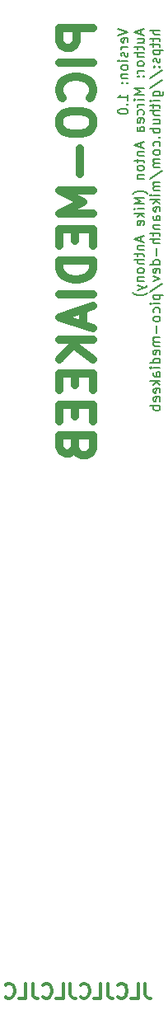
<source format=gbr>
G04 #@! TF.GenerationSoftware,KiCad,Pcbnew,5.1.5+dfsg1-2build2*
G04 #@! TF.CreationDate,2021-05-16T21:52:53+03:00*
G04 #@! TF.ProjectId,pico-mediakeeb,7069636f-2d6d-4656-9469-616b6565622e,v01*
G04 #@! TF.SameCoordinates,Original*
G04 #@! TF.FileFunction,Legend,Bot*
G04 #@! TF.FilePolarity,Positive*
%FSLAX46Y46*%
G04 Gerber Fmt 4.6, Leading zero omitted, Abs format (unit mm)*
G04 Created by KiCad (PCBNEW 5.1.5+dfsg1-2build2) date 2021-05-16 21:52:53*
%MOMM*%
%LPD*%
G04 APERTURE LIST*
%ADD10C,0.300000*%
%ADD11C,0.150000*%
%ADD12C,0.875000*%
G04 APERTURE END LIST*
D10*
X105988571Y-152848571D02*
X105988571Y-153920000D01*
X106060000Y-154134285D01*
X106202857Y-154277142D01*
X106417142Y-154348571D01*
X106560000Y-154348571D01*
X104560000Y-154348571D02*
X105274285Y-154348571D01*
X105274285Y-152848571D01*
X103202857Y-154205714D02*
X103274285Y-154277142D01*
X103488571Y-154348571D01*
X103631428Y-154348571D01*
X103845714Y-154277142D01*
X103988571Y-154134285D01*
X104060000Y-153991428D01*
X104131428Y-153705714D01*
X104131428Y-153491428D01*
X104060000Y-153205714D01*
X103988571Y-153062857D01*
X103845714Y-152920000D01*
X103631428Y-152848571D01*
X103488571Y-152848571D01*
X103274285Y-152920000D01*
X103202857Y-152991428D01*
X102131428Y-152848571D02*
X102131428Y-153920000D01*
X102202857Y-154134285D01*
X102345714Y-154277142D01*
X102560000Y-154348571D01*
X102702857Y-154348571D01*
X100702857Y-154348571D02*
X101417142Y-154348571D01*
X101417142Y-152848571D01*
X99345714Y-154205714D02*
X99417142Y-154277142D01*
X99631428Y-154348571D01*
X99774285Y-154348571D01*
X99988571Y-154277142D01*
X100131428Y-154134285D01*
X100202857Y-153991428D01*
X100274285Y-153705714D01*
X100274285Y-153491428D01*
X100202857Y-153205714D01*
X100131428Y-153062857D01*
X99988571Y-152920000D01*
X99774285Y-152848571D01*
X99631428Y-152848571D01*
X99417142Y-152920000D01*
X99345714Y-152991428D01*
X98274285Y-152848571D02*
X98274285Y-153920000D01*
X98345714Y-154134285D01*
X98488571Y-154277142D01*
X98702857Y-154348571D01*
X98845714Y-154348571D01*
X96845714Y-154348571D02*
X97560000Y-154348571D01*
X97560000Y-152848571D01*
X95488571Y-154205714D02*
X95560000Y-154277142D01*
X95774285Y-154348571D01*
X95917142Y-154348571D01*
X96131428Y-154277142D01*
X96274285Y-154134285D01*
X96345714Y-153991428D01*
X96417142Y-153705714D01*
X96417142Y-153491428D01*
X96345714Y-153205714D01*
X96274285Y-153062857D01*
X96131428Y-152920000D01*
X95917142Y-152848571D01*
X95774285Y-152848571D01*
X95560000Y-152920000D01*
X95488571Y-152991428D01*
X94417142Y-152848571D02*
X94417142Y-153920000D01*
X94488571Y-154134285D01*
X94631428Y-154277142D01*
X94845714Y-154348571D01*
X94988571Y-154348571D01*
X92988571Y-154348571D02*
X93702857Y-154348571D01*
X93702857Y-152848571D01*
X91631428Y-154205714D02*
X91702857Y-154277142D01*
X91917142Y-154348571D01*
X92060000Y-154348571D01*
X92274285Y-154277142D01*
X92417142Y-154134285D01*
X92488571Y-153991428D01*
X92560000Y-153705714D01*
X92560000Y-153491428D01*
X92488571Y-153205714D01*
X92417142Y-153062857D01*
X92274285Y-152920000D01*
X92060000Y-152848571D01*
X91917142Y-152848571D01*
X91702857Y-152920000D01*
X91631428Y-152991428D01*
D11*
X103212380Y-54802738D02*
X104212380Y-55136071D01*
X103212380Y-55469404D01*
X104164761Y-56183690D02*
X104212380Y-56088452D01*
X104212380Y-55897976D01*
X104164761Y-55802738D01*
X104069523Y-55755119D01*
X103688571Y-55755119D01*
X103593333Y-55802738D01*
X103545714Y-55897976D01*
X103545714Y-56088452D01*
X103593333Y-56183690D01*
X103688571Y-56231309D01*
X103783809Y-56231309D01*
X103879047Y-55755119D01*
X104212380Y-56659880D02*
X103545714Y-56659880D01*
X103736190Y-56659880D02*
X103640952Y-56707500D01*
X103593333Y-56755119D01*
X103545714Y-56850357D01*
X103545714Y-56945595D01*
X104164761Y-57231309D02*
X104212380Y-57326547D01*
X104212380Y-57517023D01*
X104164761Y-57612261D01*
X104069523Y-57659880D01*
X104021904Y-57659880D01*
X103926666Y-57612261D01*
X103879047Y-57517023D01*
X103879047Y-57374166D01*
X103831428Y-57278928D01*
X103736190Y-57231309D01*
X103688571Y-57231309D01*
X103593333Y-57278928D01*
X103545714Y-57374166D01*
X103545714Y-57517023D01*
X103593333Y-57612261D01*
X104212380Y-58088452D02*
X103545714Y-58088452D01*
X103212380Y-58088452D02*
X103260000Y-58040833D01*
X103307619Y-58088452D01*
X103260000Y-58136071D01*
X103212380Y-58088452D01*
X103307619Y-58088452D01*
X104212380Y-58707500D02*
X104164761Y-58612261D01*
X104117142Y-58564642D01*
X104021904Y-58517023D01*
X103736190Y-58517023D01*
X103640952Y-58564642D01*
X103593333Y-58612261D01*
X103545714Y-58707500D01*
X103545714Y-58850357D01*
X103593333Y-58945595D01*
X103640952Y-58993214D01*
X103736190Y-59040833D01*
X104021904Y-59040833D01*
X104117142Y-58993214D01*
X104164761Y-58945595D01*
X104212380Y-58850357D01*
X104212380Y-58707500D01*
X103545714Y-59469404D02*
X104212380Y-59469404D01*
X103640952Y-59469404D02*
X103593333Y-59517023D01*
X103545714Y-59612261D01*
X103545714Y-59755119D01*
X103593333Y-59850357D01*
X103688571Y-59897976D01*
X104212380Y-59897976D01*
X104117142Y-60374166D02*
X104164761Y-60421785D01*
X104212380Y-60374166D01*
X104164761Y-60326547D01*
X104117142Y-60374166D01*
X104212380Y-60374166D01*
X103593333Y-60374166D02*
X103640952Y-60421785D01*
X103688571Y-60374166D01*
X103640952Y-60326547D01*
X103593333Y-60374166D01*
X103688571Y-60374166D01*
X104212380Y-62136071D02*
X104212380Y-61564642D01*
X104212380Y-61850357D02*
X103212380Y-61850357D01*
X103355238Y-61755119D01*
X103450476Y-61659880D01*
X103498095Y-61564642D01*
X104117142Y-62564642D02*
X104164761Y-62612261D01*
X104212380Y-62564642D01*
X104164761Y-62517023D01*
X104117142Y-62564642D01*
X104212380Y-62564642D01*
X103212380Y-63231309D02*
X103212380Y-63326547D01*
X103260000Y-63421785D01*
X103307619Y-63469404D01*
X103402857Y-63517023D01*
X103593333Y-63564642D01*
X103831428Y-63564642D01*
X104021904Y-63517023D01*
X104117142Y-63469404D01*
X104164761Y-63421785D01*
X104212380Y-63326547D01*
X104212380Y-63231309D01*
X104164761Y-63136071D01*
X104117142Y-63088452D01*
X104021904Y-63040833D01*
X103831428Y-62993214D01*
X103593333Y-62993214D01*
X103402857Y-63040833D01*
X103307619Y-63088452D01*
X103260000Y-63136071D01*
X103212380Y-63231309D01*
X105576666Y-54897976D02*
X105576666Y-55374166D01*
X105862380Y-54802738D02*
X104862380Y-55136071D01*
X105862380Y-55469404D01*
X105195714Y-56231309D02*
X105862380Y-56231309D01*
X105195714Y-55802738D02*
X105719523Y-55802738D01*
X105814761Y-55850357D01*
X105862380Y-55945595D01*
X105862380Y-56088452D01*
X105814761Y-56183690D01*
X105767142Y-56231309D01*
X105195714Y-56564642D02*
X105195714Y-56945595D01*
X104862380Y-56707500D02*
X105719523Y-56707500D01*
X105814761Y-56755119D01*
X105862380Y-56850357D01*
X105862380Y-56945595D01*
X105862380Y-57278928D02*
X104862380Y-57278928D01*
X105862380Y-57707500D02*
X105338571Y-57707500D01*
X105243333Y-57659880D01*
X105195714Y-57564642D01*
X105195714Y-57421785D01*
X105243333Y-57326547D01*
X105290952Y-57278928D01*
X105862380Y-58326547D02*
X105814761Y-58231309D01*
X105767142Y-58183690D01*
X105671904Y-58136071D01*
X105386190Y-58136071D01*
X105290952Y-58183690D01*
X105243333Y-58231309D01*
X105195714Y-58326547D01*
X105195714Y-58469404D01*
X105243333Y-58564642D01*
X105290952Y-58612261D01*
X105386190Y-58659880D01*
X105671904Y-58659880D01*
X105767142Y-58612261D01*
X105814761Y-58564642D01*
X105862380Y-58469404D01*
X105862380Y-58326547D01*
X105862380Y-59088452D02*
X105195714Y-59088452D01*
X105386190Y-59088452D02*
X105290952Y-59136071D01*
X105243333Y-59183690D01*
X105195714Y-59278928D01*
X105195714Y-59374166D01*
X105767142Y-59707500D02*
X105814761Y-59755119D01*
X105862380Y-59707500D01*
X105814761Y-59659880D01*
X105767142Y-59707500D01*
X105862380Y-59707500D01*
X105243333Y-59707500D02*
X105290952Y-59755119D01*
X105338571Y-59707500D01*
X105290952Y-59659880D01*
X105243333Y-59707500D01*
X105338571Y-59707500D01*
X105862380Y-60945595D02*
X104862380Y-60945595D01*
X105576666Y-61278928D01*
X104862380Y-61612261D01*
X105862380Y-61612261D01*
X105862380Y-62088452D02*
X105195714Y-62088452D01*
X104862380Y-62088452D02*
X104910000Y-62040833D01*
X104957619Y-62088452D01*
X104910000Y-62136071D01*
X104862380Y-62088452D01*
X104957619Y-62088452D01*
X105862380Y-62564642D02*
X105195714Y-62564642D01*
X105386190Y-62564642D02*
X105290952Y-62612261D01*
X105243333Y-62659880D01*
X105195714Y-62755119D01*
X105195714Y-62850357D01*
X105814761Y-63612261D02*
X105862380Y-63517023D01*
X105862380Y-63326547D01*
X105814761Y-63231309D01*
X105767142Y-63183690D01*
X105671904Y-63136071D01*
X105386190Y-63136071D01*
X105290952Y-63183690D01*
X105243333Y-63231309D01*
X105195714Y-63326547D01*
X105195714Y-63517023D01*
X105243333Y-63612261D01*
X105814761Y-64421785D02*
X105862380Y-64326547D01*
X105862380Y-64136071D01*
X105814761Y-64040833D01*
X105719523Y-63993214D01*
X105338571Y-63993214D01*
X105243333Y-64040833D01*
X105195714Y-64136071D01*
X105195714Y-64326547D01*
X105243333Y-64421785D01*
X105338571Y-64469404D01*
X105433809Y-64469404D01*
X105529047Y-63993214D01*
X105862380Y-65326547D02*
X105338571Y-65326547D01*
X105243333Y-65278928D01*
X105195714Y-65183690D01*
X105195714Y-64993214D01*
X105243333Y-64897976D01*
X105814761Y-65326547D02*
X105862380Y-65231309D01*
X105862380Y-64993214D01*
X105814761Y-64897976D01*
X105719523Y-64850357D01*
X105624285Y-64850357D01*
X105529047Y-64897976D01*
X105481428Y-64993214D01*
X105481428Y-65231309D01*
X105433809Y-65326547D01*
X105576666Y-66517023D02*
X105576666Y-66993214D01*
X105862380Y-66421785D02*
X104862380Y-66755119D01*
X105862380Y-67088452D01*
X105195714Y-67421785D02*
X105862380Y-67421785D01*
X105290952Y-67421785D02*
X105243333Y-67469404D01*
X105195714Y-67564642D01*
X105195714Y-67707500D01*
X105243333Y-67802738D01*
X105338571Y-67850357D01*
X105862380Y-67850357D01*
X105195714Y-68183690D02*
X105195714Y-68564642D01*
X104862380Y-68326547D02*
X105719523Y-68326547D01*
X105814761Y-68374166D01*
X105862380Y-68469404D01*
X105862380Y-68564642D01*
X105862380Y-69040833D02*
X105814761Y-68945595D01*
X105767142Y-68897976D01*
X105671904Y-68850357D01*
X105386190Y-68850357D01*
X105290952Y-68897976D01*
X105243333Y-68945595D01*
X105195714Y-69040833D01*
X105195714Y-69183690D01*
X105243333Y-69278928D01*
X105290952Y-69326547D01*
X105386190Y-69374166D01*
X105671904Y-69374166D01*
X105767142Y-69326547D01*
X105814761Y-69278928D01*
X105862380Y-69183690D01*
X105862380Y-69040833D01*
X105195714Y-69802738D02*
X105862380Y-69802738D01*
X105290952Y-69802738D02*
X105243333Y-69850357D01*
X105195714Y-69945595D01*
X105195714Y-70088452D01*
X105243333Y-70183690D01*
X105338571Y-70231309D01*
X105862380Y-70231309D01*
X106243333Y-71755119D02*
X106195714Y-71707500D01*
X106052857Y-71612261D01*
X105957619Y-71564642D01*
X105814761Y-71517023D01*
X105576666Y-71469404D01*
X105386190Y-71469404D01*
X105148095Y-71517023D01*
X105005238Y-71564642D01*
X104910000Y-71612261D01*
X104767142Y-71707500D01*
X104719523Y-71755119D01*
X105862380Y-72136071D02*
X104862380Y-72136071D01*
X105576666Y-72469404D01*
X104862380Y-72802738D01*
X105862380Y-72802738D01*
X105862380Y-73278928D02*
X105195714Y-73278928D01*
X104862380Y-73278928D02*
X104910000Y-73231309D01*
X104957619Y-73278928D01*
X104910000Y-73326547D01*
X104862380Y-73278928D01*
X104957619Y-73278928D01*
X105862380Y-73755119D02*
X104862380Y-73755119D01*
X105481428Y-73850357D02*
X105862380Y-74136071D01*
X105195714Y-74136071D02*
X105576666Y-73755119D01*
X105814761Y-74945595D02*
X105862380Y-74850357D01*
X105862380Y-74659880D01*
X105814761Y-74564642D01*
X105719523Y-74517023D01*
X105338571Y-74517023D01*
X105243333Y-74564642D01*
X105195714Y-74659880D01*
X105195714Y-74850357D01*
X105243333Y-74945595D01*
X105338571Y-74993214D01*
X105433809Y-74993214D01*
X105529047Y-74517023D01*
X105576666Y-76136071D02*
X105576666Y-76612261D01*
X105862380Y-76040833D02*
X104862380Y-76374166D01*
X105862380Y-76707500D01*
X105195714Y-77040833D02*
X105862380Y-77040833D01*
X105290952Y-77040833D02*
X105243333Y-77088452D01*
X105195714Y-77183690D01*
X105195714Y-77326547D01*
X105243333Y-77421785D01*
X105338571Y-77469404D01*
X105862380Y-77469404D01*
X105195714Y-77802738D02*
X105195714Y-78183690D01*
X104862380Y-77945595D02*
X105719523Y-77945595D01*
X105814761Y-77993214D01*
X105862380Y-78088452D01*
X105862380Y-78183690D01*
X105862380Y-78517023D02*
X104862380Y-78517023D01*
X105862380Y-78945595D02*
X105338571Y-78945595D01*
X105243333Y-78897976D01*
X105195714Y-78802738D01*
X105195714Y-78659880D01*
X105243333Y-78564642D01*
X105290952Y-78517023D01*
X105862380Y-79564642D02*
X105814761Y-79469404D01*
X105767142Y-79421785D01*
X105671904Y-79374166D01*
X105386190Y-79374166D01*
X105290952Y-79421785D01*
X105243333Y-79469404D01*
X105195714Y-79564642D01*
X105195714Y-79707500D01*
X105243333Y-79802738D01*
X105290952Y-79850357D01*
X105386190Y-79897976D01*
X105671904Y-79897976D01*
X105767142Y-79850357D01*
X105814761Y-79802738D01*
X105862380Y-79707500D01*
X105862380Y-79564642D01*
X105195714Y-80326547D02*
X105862380Y-80326547D01*
X105290952Y-80326547D02*
X105243333Y-80374166D01*
X105195714Y-80469404D01*
X105195714Y-80612261D01*
X105243333Y-80707500D01*
X105338571Y-80755119D01*
X105862380Y-80755119D01*
X105195714Y-81136071D02*
X105862380Y-81374166D01*
X105195714Y-81612261D02*
X105862380Y-81374166D01*
X106100476Y-81278928D01*
X106148095Y-81231309D01*
X106195714Y-81136071D01*
X106243333Y-81897976D02*
X106195714Y-81945595D01*
X106052857Y-82040833D01*
X105957619Y-82088452D01*
X105814761Y-82136071D01*
X105576666Y-82183690D01*
X105386190Y-82183690D01*
X105148095Y-82136071D01*
X105005238Y-82088452D01*
X104910000Y-82040833D01*
X104767142Y-81945595D01*
X104719523Y-81897976D01*
X107512380Y-54945595D02*
X106512380Y-54945595D01*
X107512380Y-55374166D02*
X106988571Y-55374166D01*
X106893333Y-55326547D01*
X106845714Y-55231309D01*
X106845714Y-55088452D01*
X106893333Y-54993214D01*
X106940952Y-54945595D01*
X106845714Y-55707500D02*
X106845714Y-56088452D01*
X106512380Y-55850357D02*
X107369523Y-55850357D01*
X107464761Y-55897976D01*
X107512380Y-55993214D01*
X107512380Y-56088452D01*
X106845714Y-56278928D02*
X106845714Y-56659880D01*
X106512380Y-56421785D02*
X107369523Y-56421785D01*
X107464761Y-56469404D01*
X107512380Y-56564642D01*
X107512380Y-56659880D01*
X106845714Y-56993214D02*
X107845714Y-56993214D01*
X106893333Y-56993214D02*
X106845714Y-57088452D01*
X106845714Y-57278928D01*
X106893333Y-57374166D01*
X106940952Y-57421785D01*
X107036190Y-57469404D01*
X107321904Y-57469404D01*
X107417142Y-57421785D01*
X107464761Y-57374166D01*
X107512380Y-57278928D01*
X107512380Y-57088452D01*
X107464761Y-56993214D01*
X107464761Y-57850357D02*
X107512380Y-57945595D01*
X107512380Y-58136071D01*
X107464761Y-58231309D01*
X107369523Y-58278928D01*
X107321904Y-58278928D01*
X107226666Y-58231309D01*
X107179047Y-58136071D01*
X107179047Y-57993214D01*
X107131428Y-57897976D01*
X107036190Y-57850357D01*
X106988571Y-57850357D01*
X106893333Y-57897976D01*
X106845714Y-57993214D01*
X106845714Y-58136071D01*
X106893333Y-58231309D01*
X107417142Y-58707500D02*
X107464761Y-58755119D01*
X107512380Y-58707500D01*
X107464761Y-58659880D01*
X107417142Y-58707500D01*
X107512380Y-58707500D01*
X106893333Y-58707500D02*
X106940952Y-58755119D01*
X106988571Y-58707500D01*
X106940952Y-58659880D01*
X106893333Y-58707500D01*
X106988571Y-58707500D01*
X106464761Y-59897976D02*
X107750476Y-59040833D01*
X106464761Y-60945595D02*
X107750476Y-60088452D01*
X106845714Y-61707500D02*
X107655238Y-61707500D01*
X107750476Y-61659880D01*
X107798095Y-61612261D01*
X107845714Y-61517023D01*
X107845714Y-61374166D01*
X107798095Y-61278928D01*
X107464761Y-61707500D02*
X107512380Y-61612261D01*
X107512380Y-61421785D01*
X107464761Y-61326547D01*
X107417142Y-61278928D01*
X107321904Y-61231309D01*
X107036190Y-61231309D01*
X106940952Y-61278928D01*
X106893333Y-61326547D01*
X106845714Y-61421785D01*
X106845714Y-61612261D01*
X106893333Y-61707500D01*
X107512380Y-62183690D02*
X106845714Y-62183690D01*
X106512380Y-62183690D02*
X106560000Y-62136071D01*
X106607619Y-62183690D01*
X106560000Y-62231309D01*
X106512380Y-62183690D01*
X106607619Y-62183690D01*
X106845714Y-62517023D02*
X106845714Y-62897976D01*
X106512380Y-62659880D02*
X107369523Y-62659880D01*
X107464761Y-62707500D01*
X107512380Y-62802738D01*
X107512380Y-62897976D01*
X107512380Y-63231309D02*
X106512380Y-63231309D01*
X107512380Y-63659880D02*
X106988571Y-63659880D01*
X106893333Y-63612261D01*
X106845714Y-63517023D01*
X106845714Y-63374166D01*
X106893333Y-63278928D01*
X106940952Y-63231309D01*
X106845714Y-64564642D02*
X107512380Y-64564642D01*
X106845714Y-64136071D02*
X107369523Y-64136071D01*
X107464761Y-64183690D01*
X107512380Y-64278928D01*
X107512380Y-64421785D01*
X107464761Y-64517023D01*
X107417142Y-64564642D01*
X107512380Y-65040833D02*
X106512380Y-65040833D01*
X106893333Y-65040833D02*
X106845714Y-65136071D01*
X106845714Y-65326547D01*
X106893333Y-65421785D01*
X106940952Y-65469404D01*
X107036190Y-65517023D01*
X107321904Y-65517023D01*
X107417142Y-65469404D01*
X107464761Y-65421785D01*
X107512380Y-65326547D01*
X107512380Y-65136071D01*
X107464761Y-65040833D01*
X107417142Y-65945595D02*
X107464761Y-65993214D01*
X107512380Y-65945595D01*
X107464761Y-65897976D01*
X107417142Y-65945595D01*
X107512380Y-65945595D01*
X107464761Y-66850357D02*
X107512380Y-66755119D01*
X107512380Y-66564642D01*
X107464761Y-66469404D01*
X107417142Y-66421785D01*
X107321904Y-66374166D01*
X107036190Y-66374166D01*
X106940952Y-66421785D01*
X106893333Y-66469404D01*
X106845714Y-66564642D01*
X106845714Y-66755119D01*
X106893333Y-66850357D01*
X107512380Y-67421785D02*
X107464761Y-67326547D01*
X107417142Y-67278928D01*
X107321904Y-67231309D01*
X107036190Y-67231309D01*
X106940952Y-67278928D01*
X106893333Y-67326547D01*
X106845714Y-67421785D01*
X106845714Y-67564642D01*
X106893333Y-67659880D01*
X106940952Y-67707500D01*
X107036190Y-67755119D01*
X107321904Y-67755119D01*
X107417142Y-67707500D01*
X107464761Y-67659880D01*
X107512380Y-67564642D01*
X107512380Y-67421785D01*
X107512380Y-68183690D02*
X106845714Y-68183690D01*
X106940952Y-68183690D02*
X106893333Y-68231309D01*
X106845714Y-68326547D01*
X106845714Y-68469404D01*
X106893333Y-68564642D01*
X106988571Y-68612261D01*
X107512380Y-68612261D01*
X106988571Y-68612261D02*
X106893333Y-68659880D01*
X106845714Y-68755119D01*
X106845714Y-68897976D01*
X106893333Y-68993214D01*
X106988571Y-69040833D01*
X107512380Y-69040833D01*
X106464761Y-70231309D02*
X107750476Y-69374166D01*
X107512380Y-70564642D02*
X106845714Y-70564642D01*
X106940952Y-70564642D02*
X106893333Y-70612261D01*
X106845714Y-70707500D01*
X106845714Y-70850357D01*
X106893333Y-70945595D01*
X106988571Y-70993214D01*
X107512380Y-70993214D01*
X106988571Y-70993214D02*
X106893333Y-71040833D01*
X106845714Y-71136071D01*
X106845714Y-71278928D01*
X106893333Y-71374166D01*
X106988571Y-71421785D01*
X107512380Y-71421785D01*
X107512380Y-71897976D02*
X106845714Y-71897976D01*
X106512380Y-71897976D02*
X106560000Y-71850357D01*
X106607619Y-71897976D01*
X106560000Y-71945595D01*
X106512380Y-71897976D01*
X106607619Y-71897976D01*
X107512380Y-72374166D02*
X106512380Y-72374166D01*
X107131428Y-72469404D02*
X107512380Y-72755119D01*
X106845714Y-72755119D02*
X107226666Y-72374166D01*
X107464761Y-73564642D02*
X107512380Y-73469404D01*
X107512380Y-73278928D01*
X107464761Y-73183690D01*
X107369523Y-73136071D01*
X106988571Y-73136071D01*
X106893333Y-73183690D01*
X106845714Y-73278928D01*
X106845714Y-73469404D01*
X106893333Y-73564642D01*
X106988571Y-73612261D01*
X107083809Y-73612261D01*
X107179047Y-73136071D01*
X107512380Y-74469404D02*
X106988571Y-74469404D01*
X106893333Y-74421785D01*
X106845714Y-74326547D01*
X106845714Y-74136071D01*
X106893333Y-74040833D01*
X107464761Y-74469404D02*
X107512380Y-74374166D01*
X107512380Y-74136071D01*
X107464761Y-74040833D01*
X107369523Y-73993214D01*
X107274285Y-73993214D01*
X107179047Y-74040833D01*
X107131428Y-74136071D01*
X107131428Y-74374166D01*
X107083809Y-74469404D01*
X106845714Y-74945595D02*
X107512380Y-74945595D01*
X106940952Y-74945595D02*
X106893333Y-74993214D01*
X106845714Y-75088452D01*
X106845714Y-75231309D01*
X106893333Y-75326547D01*
X106988571Y-75374166D01*
X107512380Y-75374166D01*
X106845714Y-75707500D02*
X106845714Y-76088452D01*
X106512380Y-75850357D02*
X107369523Y-75850357D01*
X107464761Y-75897976D01*
X107512380Y-75993214D01*
X107512380Y-76088452D01*
X107512380Y-76421785D02*
X106512380Y-76421785D01*
X107512380Y-76850357D02*
X106988571Y-76850357D01*
X106893333Y-76802738D01*
X106845714Y-76707500D01*
X106845714Y-76564642D01*
X106893333Y-76469404D01*
X106940952Y-76421785D01*
X107131428Y-77326547D02*
X107131428Y-78088452D01*
X107512380Y-78993214D02*
X106512380Y-78993214D01*
X107464761Y-78993214D02*
X107512380Y-78897976D01*
X107512380Y-78707500D01*
X107464761Y-78612261D01*
X107417142Y-78564642D01*
X107321904Y-78517023D01*
X107036190Y-78517023D01*
X106940952Y-78564642D01*
X106893333Y-78612261D01*
X106845714Y-78707500D01*
X106845714Y-78897976D01*
X106893333Y-78993214D01*
X107464761Y-79850357D02*
X107512380Y-79755119D01*
X107512380Y-79564642D01*
X107464761Y-79469404D01*
X107369523Y-79421785D01*
X106988571Y-79421785D01*
X106893333Y-79469404D01*
X106845714Y-79564642D01*
X106845714Y-79755119D01*
X106893333Y-79850357D01*
X106988571Y-79897976D01*
X107083809Y-79897976D01*
X107179047Y-79421785D01*
X106845714Y-80231309D02*
X107512380Y-80469404D01*
X106845714Y-80707500D01*
X106464761Y-81802738D02*
X107750476Y-80945595D01*
X106845714Y-82136071D02*
X107845714Y-82136071D01*
X106893333Y-82136071D02*
X106845714Y-82231309D01*
X106845714Y-82421785D01*
X106893333Y-82517023D01*
X106940952Y-82564642D01*
X107036190Y-82612261D01*
X107321904Y-82612261D01*
X107417142Y-82564642D01*
X107464761Y-82517023D01*
X107512380Y-82421785D01*
X107512380Y-82231309D01*
X107464761Y-82136071D01*
X107512380Y-83040833D02*
X106845714Y-83040833D01*
X106512380Y-83040833D02*
X106560000Y-82993214D01*
X106607619Y-83040833D01*
X106560000Y-83088452D01*
X106512380Y-83040833D01*
X106607619Y-83040833D01*
X107464761Y-83945595D02*
X107512380Y-83850357D01*
X107512380Y-83659880D01*
X107464761Y-83564642D01*
X107417142Y-83517023D01*
X107321904Y-83469404D01*
X107036190Y-83469404D01*
X106940952Y-83517023D01*
X106893333Y-83564642D01*
X106845714Y-83659880D01*
X106845714Y-83850357D01*
X106893333Y-83945595D01*
X107512380Y-84517023D02*
X107464761Y-84421785D01*
X107417142Y-84374166D01*
X107321904Y-84326547D01*
X107036190Y-84326547D01*
X106940952Y-84374166D01*
X106893333Y-84421785D01*
X106845714Y-84517023D01*
X106845714Y-84659880D01*
X106893333Y-84755119D01*
X106940952Y-84802738D01*
X107036190Y-84850357D01*
X107321904Y-84850357D01*
X107417142Y-84802738D01*
X107464761Y-84755119D01*
X107512380Y-84659880D01*
X107512380Y-84517023D01*
X107131428Y-85278928D02*
X107131428Y-86040833D01*
X107512380Y-86517023D02*
X106845714Y-86517023D01*
X106940952Y-86517023D02*
X106893333Y-86564642D01*
X106845714Y-86659880D01*
X106845714Y-86802738D01*
X106893333Y-86897976D01*
X106988571Y-86945595D01*
X107512380Y-86945595D01*
X106988571Y-86945595D02*
X106893333Y-86993214D01*
X106845714Y-87088452D01*
X106845714Y-87231309D01*
X106893333Y-87326547D01*
X106988571Y-87374166D01*
X107512380Y-87374166D01*
X107464761Y-88231309D02*
X107512380Y-88136071D01*
X107512380Y-87945595D01*
X107464761Y-87850357D01*
X107369523Y-87802738D01*
X106988571Y-87802738D01*
X106893333Y-87850357D01*
X106845714Y-87945595D01*
X106845714Y-88136071D01*
X106893333Y-88231309D01*
X106988571Y-88278928D01*
X107083809Y-88278928D01*
X107179047Y-87802738D01*
X107512380Y-89136071D02*
X106512380Y-89136071D01*
X107464761Y-89136071D02*
X107512380Y-89040833D01*
X107512380Y-88850357D01*
X107464761Y-88755119D01*
X107417142Y-88707500D01*
X107321904Y-88659880D01*
X107036190Y-88659880D01*
X106940952Y-88707500D01*
X106893333Y-88755119D01*
X106845714Y-88850357D01*
X106845714Y-89040833D01*
X106893333Y-89136071D01*
X107512380Y-89612261D02*
X106845714Y-89612261D01*
X106512380Y-89612261D02*
X106560000Y-89564642D01*
X106607619Y-89612261D01*
X106560000Y-89659880D01*
X106512380Y-89612261D01*
X106607619Y-89612261D01*
X107512380Y-90517023D02*
X106988571Y-90517023D01*
X106893333Y-90469404D01*
X106845714Y-90374166D01*
X106845714Y-90183690D01*
X106893333Y-90088452D01*
X107464761Y-90517023D02*
X107512380Y-90421785D01*
X107512380Y-90183690D01*
X107464761Y-90088452D01*
X107369523Y-90040833D01*
X107274285Y-90040833D01*
X107179047Y-90088452D01*
X107131428Y-90183690D01*
X107131428Y-90421785D01*
X107083809Y-90517023D01*
X107512380Y-90993214D02*
X106512380Y-90993214D01*
X107131428Y-91088452D02*
X107512380Y-91374166D01*
X106845714Y-91374166D02*
X107226666Y-90993214D01*
X107464761Y-92183690D02*
X107512380Y-92088452D01*
X107512380Y-91897976D01*
X107464761Y-91802738D01*
X107369523Y-91755119D01*
X106988571Y-91755119D01*
X106893333Y-91802738D01*
X106845714Y-91897976D01*
X106845714Y-92088452D01*
X106893333Y-92183690D01*
X106988571Y-92231309D01*
X107083809Y-92231309D01*
X107179047Y-91755119D01*
X107464761Y-93040833D02*
X107512380Y-92945595D01*
X107512380Y-92755119D01*
X107464761Y-92659880D01*
X107369523Y-92612261D01*
X106988571Y-92612261D01*
X106893333Y-92659880D01*
X106845714Y-92755119D01*
X106845714Y-92945595D01*
X106893333Y-93040833D01*
X106988571Y-93088452D01*
X107083809Y-93088452D01*
X107179047Y-92612261D01*
X107512380Y-93517023D02*
X106512380Y-93517023D01*
X106893333Y-93517023D02*
X106845714Y-93612261D01*
X106845714Y-93802738D01*
X106893333Y-93897976D01*
X106940952Y-93945595D01*
X107036190Y-93993214D01*
X107321904Y-93993214D01*
X107417142Y-93945595D01*
X107464761Y-93897976D01*
X107512380Y-93802738D01*
X107512380Y-93612261D01*
X107464761Y-93517023D01*
D12*
X100643333Y-54742083D02*
X97143333Y-54742083D01*
X97143333Y-56075416D01*
X97310000Y-56408750D01*
X97476666Y-56575416D01*
X97810000Y-56742083D01*
X98310000Y-56742083D01*
X98643333Y-56575416D01*
X98810000Y-56408750D01*
X98976666Y-56075416D01*
X98976666Y-54742083D01*
X100643333Y-58242083D02*
X97143333Y-58242083D01*
X100310000Y-61908750D02*
X100476666Y-61742083D01*
X100643333Y-61242083D01*
X100643333Y-60908750D01*
X100476666Y-60408750D01*
X100143333Y-60075416D01*
X99810000Y-59908750D01*
X99143333Y-59742083D01*
X98643333Y-59742083D01*
X97976666Y-59908750D01*
X97643333Y-60075416D01*
X97310000Y-60408750D01*
X97143333Y-60908750D01*
X97143333Y-61242083D01*
X97310000Y-61742083D01*
X97476666Y-61908750D01*
X97143333Y-64075416D02*
X97143333Y-64742083D01*
X97310000Y-65075416D01*
X97643333Y-65408750D01*
X98310000Y-65575416D01*
X99476666Y-65575416D01*
X100143333Y-65408750D01*
X100476666Y-65075416D01*
X100643333Y-64742083D01*
X100643333Y-64075416D01*
X100476666Y-63742083D01*
X100143333Y-63408750D01*
X99476666Y-63242083D01*
X98310000Y-63242083D01*
X97643333Y-63408750D01*
X97310000Y-63742083D01*
X97143333Y-64075416D01*
X99310000Y-67075416D02*
X99310000Y-69742083D01*
X100643333Y-71408750D02*
X97143333Y-71408750D01*
X99643333Y-72575416D01*
X97143333Y-73742083D01*
X100643333Y-73742083D01*
X98810000Y-75408750D02*
X98810000Y-76575416D01*
X100643333Y-77075416D02*
X100643333Y-75408750D01*
X97143333Y-75408750D01*
X97143333Y-77075416D01*
X100643333Y-78575416D02*
X97143333Y-78575416D01*
X97143333Y-79408750D01*
X97310000Y-79908750D01*
X97643333Y-80242083D01*
X97976666Y-80408750D01*
X98643333Y-80575416D01*
X99143333Y-80575416D01*
X99810000Y-80408750D01*
X100143333Y-80242083D01*
X100476666Y-79908750D01*
X100643333Y-79408750D01*
X100643333Y-78575416D01*
X100643333Y-82075416D02*
X97143333Y-82075416D01*
X99643333Y-83575416D02*
X99643333Y-85242083D01*
X100643333Y-83242083D02*
X97143333Y-84408750D01*
X100643333Y-85575416D01*
X100643333Y-86742083D02*
X97143333Y-86742083D01*
X100643333Y-88742083D02*
X98643333Y-87242083D01*
X97143333Y-88742083D02*
X99143333Y-86742083D01*
X98810000Y-90242083D02*
X98810000Y-91408750D01*
X100643333Y-91908750D02*
X100643333Y-90242083D01*
X97143333Y-90242083D01*
X97143333Y-91908750D01*
X98810000Y-93408750D02*
X98810000Y-94575416D01*
X100643333Y-95075416D02*
X100643333Y-93408750D01*
X97143333Y-93408750D01*
X97143333Y-95075416D01*
X98810000Y-97742083D02*
X98976666Y-98242083D01*
X99143333Y-98408750D01*
X99476666Y-98575416D01*
X99976666Y-98575416D01*
X100310000Y-98408750D01*
X100476666Y-98242083D01*
X100643333Y-97908750D01*
X100643333Y-96575416D01*
X97143333Y-96575416D01*
X97143333Y-97742083D01*
X97310000Y-98075416D01*
X97476666Y-98242083D01*
X97810000Y-98408750D01*
X98143333Y-98408750D01*
X98476666Y-98242083D01*
X98643333Y-98075416D01*
X98810000Y-97742083D01*
X98810000Y-96575416D01*
M02*

</source>
